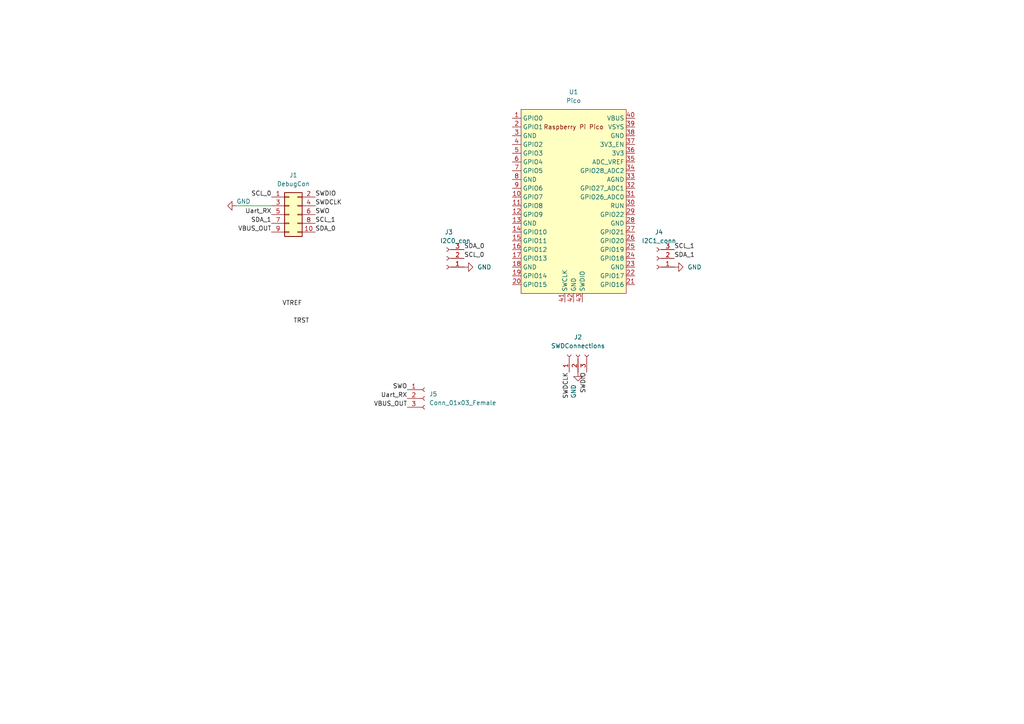
<source format=kicad_sch>
(kicad_sch (version 20211123) (generator eeschema)
  (paper "A4")
  (lib_symbols
    (symbol "Connector:Conn_01x03_Female" (pin_names (offset 1.016) hide)
      (property "Reference" "J" (at 0 5.08 0))
      (property "Value" "Conn_01x03_Female" (at 0 -5.08 0))
      (symbol "Conn_01x03_Female_1_1"
        (arc (start 0 -2.032) (mid -0.508 -2.54) (end 0 -3.048) (stroke (width 0.1524)))
        (polyline (pts (xy -1.27 -2.54) (xy -0.508 -2.54)) (stroke (width 0.1524)))
        (polyline (pts (xy -1.27 0) (xy -0.508 0)) (stroke (width 0.1524)))
        (polyline (pts (xy -1.27 2.54) (xy -0.508 2.54)) (stroke (width 0.1524)))
        (arc (start 0 0.508) (mid -0.508 0) (end 0 -0.508) (stroke (width 0.1524)))
        (arc (start 0 3.048) (mid -0.508 2.54) (end 0 2.032) (stroke (width 0.1524)))
        (pin passive line (at -5.08 2.54 0) (length 3.81) (name "Pin_1") (number "1"))
        (pin passive line (at -5.08 0 0) (length 3.81) (name "Pin_2") (number "2"))
        (pin passive line (at -5.08 -2.54 0) (length 3.81) (name "Pin_3") (number "3"))
      )
    )
    (symbol "Connector_Generic:Conn_02x05_Odd_Even" (pin_names (offset 1.016) hide)
      (property "Reference" "J" (at 1.27 7.62 0))
      (property "Value" "Conn_02x05_Odd_Even" (at 1.27 -7.62 0))
      (symbol "Conn_02x05_Odd_Even_1_1"
        (rectangle (start -1.27 -4.953) (end 0 -5.207) (stroke (width 0.1524)))
        (rectangle (start -1.27 -2.413) (end 0 -2.667) (stroke (width 0.1524)))
        (rectangle (start -1.27 0.127) (end 0 -0.127) (stroke (width 0.1524)))
        (rectangle (start -1.27 2.667) (end 0 2.413) (stroke (width 0.1524)))
        (rectangle (start -1.27 5.207) (end 0 4.953) (stroke (width 0.1524)))
        (rectangle (start -1.27 6.35) (end 3.81 -6.35) (stroke (width 0.254)) (fill (type background)))
        (rectangle (start 3.81 -4.953) (end 2.54 -5.207) (stroke (width 0.1524)))
        (rectangle (start 3.81 -2.413) (end 2.54 -2.667) (stroke (width 0.1524)))
        (rectangle (start 3.81 0.127) (end 2.54 -0.127) (stroke (width 0.1524)))
        (rectangle (start 3.81 2.667) (end 2.54 2.413) (stroke (width 0.1524)))
        (rectangle (start 3.81 5.207) (end 2.54 4.953) (stroke (width 0.1524)))
        (pin passive line (at -5.08 5.08 0) (length 3.81) (name "Pin_1") (number "1"))
        (pin passive line (at 7.62 -5.08 180) (length 3.81) (name "Pin_10") (number "10"))
        (pin passive line (at 7.62 5.08 180) (length 3.81) (name "Pin_2") (number "2"))
        (pin passive line (at -5.08 2.54 0) (length 3.81) (name "Pin_3") (number "3"))
        (pin passive line (at 7.62 2.54 180) (length 3.81) (name "Pin_4") (number "4"))
        (pin passive line (at -5.08 0 0) (length 3.81) (name "Pin_5") (number "5"))
        (pin passive line (at 7.62 0 180) (length 3.81) (name "Pin_6") (number "6"))
        (pin passive line (at -5.08 -2.54 0) (length 3.81) (name "Pin_7") (number "7"))
        (pin passive line (at 7.62 -2.54 180) (length 3.81) (name "Pin_8") (number "8"))
        (pin passive line (at -5.08 -5.08 0) (length 3.81) (name "Pin_9") (number "9"))
      )
    )
    (symbol "MCU_RaspberryPi_and_Boards:Pico"
      (property "Reference" "U" (at -13.97 27.94 0))
      (property "Value" "Pico" (at 0 19.05 0))
      (symbol "Pico_0_0"
        (text "Raspberry Pi Pico" (at 0 21.59 0) (effects (font (size 1.27 1.27))))
      )
      (symbol "Pico_0_1"
        (rectangle (start -15.24 26.67) (end 15.24 -26.67) (fill (type background)))
      )
      (symbol "Pico_1_1"
        (pin bidirectional line (at -17.78 24.13 0) (length 2.54) (name "GPIO0") (number "1"))
        (pin bidirectional line (at -17.78 1.27 0) (length 2.54) (name "GPIO7") (number "10"))
        (pin bidirectional line (at -17.78 -1.27 0) (length 2.54) (name "GPIO8") (number "11"))
        (pin bidirectional line (at -17.78 -3.81 0) (length 2.54) (name "GPIO9") (number "12"))
        (pin power_in line (at -17.78 -6.35 0) (length 2.54) (name "GND") (number "13"))
        (pin bidirectional line (at -17.78 -8.89 0) (length 2.54) (name "GPIO10") (number "14"))
        (pin bidirectional line (at -17.78 -11.43 0) (length 2.54) (name "GPIO11") (number "15"))
        (pin bidirectional line (at -17.78 -13.97 0) (length 2.54) (name "GPIO12") (number "16"))
        (pin bidirectional line (at -17.78 -16.51 0) (length 2.54) (name "GPIO13") (number "17"))
        (pin power_in line (at -17.78 -19.05 0) (length 2.54) (name "GND") (number "18"))
        (pin bidirectional line (at -17.78 -21.59 0) (length 2.54) (name "GPIO14") (number "19"))
        (pin bidirectional line (at -17.78 21.59 0) (length 2.54) (name "GPIO1") (number "2"))
        (pin bidirectional line (at -17.78 -24.13 0) (length 2.54) (name "GPIO15") (number "20"))
        (pin bidirectional line (at 17.78 -24.13 180) (length 2.54) (name "GPIO16") (number "21"))
        (pin bidirectional line (at 17.78 -21.59 180) (length 2.54) (name "GPIO17") (number "22"))
        (pin power_in line (at 17.78 -19.05 180) (length 2.54) (name "GND") (number "23"))
        (pin bidirectional line (at 17.78 -16.51 180) (length 2.54) (name "GPIO18") (number "24"))
        (pin bidirectional line (at 17.78 -13.97 180) (length 2.54) (name "GPIO19") (number "25"))
        (pin bidirectional line (at 17.78 -11.43 180) (length 2.54) (name "GPIO20") (number "26"))
        (pin bidirectional line (at 17.78 -8.89 180) (length 2.54) (name "GPIO21") (number "27"))
        (pin power_in line (at 17.78 -6.35 180) (length 2.54) (name "GND") (number "28"))
        (pin bidirectional line (at 17.78 -3.81 180) (length 2.54) (name "GPIO22") (number "29"))
        (pin power_in line (at -17.78 19.05 0) (length 2.54) (name "GND") (number "3"))
        (pin input line (at 17.78 -1.27 180) (length 2.54) (name "RUN") (number "30"))
        (pin bidirectional line (at 17.78 1.27 180) (length 2.54) (name "GPIO26_ADC0") (number "31"))
        (pin bidirectional line (at 17.78 3.81 180) (length 2.54) (name "GPIO27_ADC1") (number "32"))
        (pin power_in line (at 17.78 6.35 180) (length 2.54) (name "AGND") (number "33"))
        (pin bidirectional line (at 17.78 8.89 180) (length 2.54) (name "GPIO28_ADC2") (number "34"))
        (pin power_in line (at 17.78 11.43 180) (length 2.54) (name "ADC_VREF") (number "35"))
        (pin power_in line (at 17.78 13.97 180) (length 2.54) (name "3V3") (number "36"))
        (pin input line (at 17.78 16.51 180) (length 2.54) (name "3V3_EN") (number "37"))
        (pin bidirectional line (at 17.78 19.05 180) (length 2.54) (name "GND") (number "38"))
        (pin power_in line (at 17.78 21.59 180) (length 2.54) (name "VSYS") (number "39"))
        (pin bidirectional line (at -17.78 16.51 0) (length 2.54) (name "GPIO2") (number "4"))
        (pin power_in line (at 17.78 24.13 180) (length 2.54) (name "VBUS") (number "40"))
        (pin input line (at -2.54 -29.21 90) (length 2.54) (name "SWCLK") (number "41"))
        (pin power_in line (at 0 -29.21 90) (length 2.54) (name "GND") (number "42"))
        (pin bidirectional line (at 2.54 -29.21 90) (length 2.54) (name "SWDIO") (number "43"))
        (pin bidirectional line (at -17.78 13.97 0) (length 2.54) (name "GPIO3") (number "5"))
        (pin bidirectional line (at -17.78 11.43 0) (length 2.54) (name "GPIO4") (number "6"))
        (pin bidirectional line (at -17.78 8.89 0) (length 2.54) (name "GPIO5") (number "7"))
        (pin power_in line (at -17.78 6.35 0) (length 2.54) (name "GND") (number "8"))
        (pin bidirectional line (at -17.78 3.81 0) (length 2.54) (name "GPIO6") (number "9"))
      )
    )
    (symbol "power:GND" (power) (pin_names (offset 0))
      (property "Value" "GND" (at 0 -3.81 0))
      (symbol "GND_0_1"
        (polyline (pts (xy 0 0) (xy 0 -1.27) (xy 1.27 -1.27) (xy 0 -2.54) (xy -1.27 -1.27) (xy 0 -1.27)))
      )
      (symbol "GND_1_1"
        (pin power_in line (at 0 0 270) (length 0) hide (name "GND") (number "1"))
      )
    )
  )
  (wire (pts (xy 68.58 59.69) (xy 78.74 59.69)))
  (label "SWDIO" (at 170.18 107.95 270))
  (label "SCL_1" (at 91.44 64.77 0))
  (label "SWDCLK" (at 165.1 107.95 270))
  (label "VBUS_OUT" (at 118.11 118.11 180))
  (label "SCL_0" (at 134.62 74.93 0))
  (label "SWDCLK" (at 91.44 59.69 0))
  (label "VBUS_OUT" (at 78.74 67.31 180))
  (label "SWO" (at 118.11 113.03 180))
  (label "Uart_RX" (at 118.11 115.57 180))
  (label "SDA_0" (at 91.44 67.31 0))
  (label "TRST" (at 85.09 93.98 0))
  (label "SCL_0" (at 78.74 57.15 180))
  (label "SWDIO" (at 91.44 57.15 0))
  (label "SWO" (at 91.44 62.23 0))
  (label "SDA_0" (at 134.62 72.39 0))
  (label "VTREF" (at 87.63 88.9 180))
  (label "SDA_1" (at 195.58 74.93 0))
  (label "Uart_RX" (at 78.74 62.23 180))
  (label "SCL_1" (at 195.58 72.39 0))
  (label "SDA_1" (at 78.74 64.77 180))
  (symbol (lib_id "Connector:Conn_01x03_Female") (at 167.64 102.87 90) (unit 1)
    (property "Reference" "J2" (at 167.64 97.79 90))
    (property "Value" "SWDConnections" (at 167.64 100.33 90))
    (property "Footprint" "ProgramingFootprints:BottomSWDConnection" (effects hide))
  )
  (symbol (lib_id "Connector:Conn_01x03_Female") (at 190.5 74.93 180) (unit 1)
    (property "Reference" "J4" (at 191.135 67.31 0))
    (property "Value" "I2C1_conn" (at 191.135 69.85 0))
    (property "Footprint" "ProgramingFootprints:BottomSWDConnection" (effects hide))
  )
  (symbol (lib_id "power:GND") (at 167.64 107.95 0) (unit 1)
    (property "Reference" "#PWR0101" (effects hide))
    (property "Value" "GND" (at 166.37 115.57 90) (effects (justify left)))
  )
  (symbol (lib_id "MCU_RaspberryPi_and_Boards:Pico") (at 166.37 58.42 0) (unit 1) (in_bom no) (on_board no)
    (property "Reference" "U1" (at 166.37 26.67 0))
    (property "Value" "Pico" (at 166.37 29.21 0))
    (property "Footprint" "MCU_RaspberryPi_and_Boards:RPi_Pico_SMD_TH" (effects hide))
  )
  (symbol (lib_id "Connector:Conn_01x03_Female") (at 129.54 74.93 180) (unit 1)
    (property "Reference" "J3" (at 130.175 67.31 0))
    (property "Value" "I2C0_con" (at 132.08 69.85 0))
    (property "Footprint" "ProgramingFootprints:BottomSWDConnection" (effects hide))
  )
  (symbol (lib_id "power:GND") (at 134.62 77.47 90) (unit 1)
    (property "Reference" "#PWR0103" (effects hide))
    (property "Value" "GND" (at 138.43 77.4699 90) (effects (justify right)))
  )
  (symbol (lib_id "Connector_Generic:Conn_02x05_Odd_Even") (at 83.82 62.23 0) (unit 1)
    (property "Reference" "J1" (at 85.09 50.8 0))
    (property "Value" "DebugCon" (at 85.09 53.34 0))
    (property "Footprint" "LocalFootprints:3220-10-0300-00-TR" (effects hide))
  )
  (symbol (lib_id "Connector:Conn_01x03_Female") (at 123.19 115.57 0) (unit 1)
    (property "Reference" "J5" (at 124.46 114.2999 0) (effects (justify left)))
    (property "Value" "Conn_01x03_Female" (at 124.46 116.8399 0) (effects (justify left)))
    (property "Footprint" "ProgramingFootprints:BottomSWDConnection" (effects hide))
  )
  (symbol (lib_id "power:GND") (at 68.58 59.69 270) (unit 1)
    (property "Reference" "#PWR0104" (effects hide))
    (property "Value" "GND" (at 68.58 58.42 90) (effects (justify left)))
  )
  (symbol (lib_id "power:GND") (at 195.58 77.47 90) (unit 1)
    (property "Reference" "#PWR0102" (effects hide))
    (property "Value" "GND" (at 199.39 77.4699 90) (effects (justify right)))
  )
)
</source>
